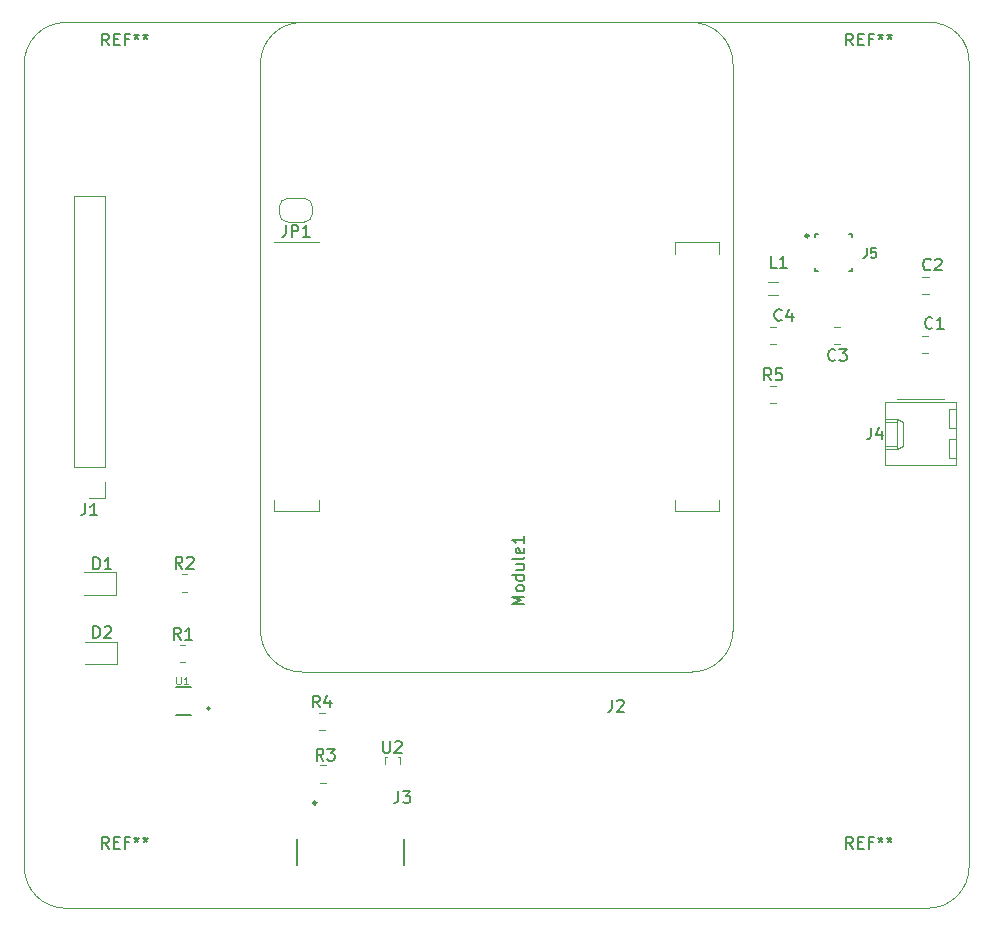
<source format=gto>
%TF.GenerationSoftware,KiCad,Pcbnew,(5.99.0-9568-gb9d26a55f2)*%
%TF.CreationDate,2021-03-08T15:42:01+01:00*%
%TF.ProjectId,cm4_cb_use_v01,636d345f-6362-45f7-9573-655f7630312e,v01*%
%TF.SameCoordinates,PXa0d7c80PY44cb540*%
%TF.FileFunction,Legend,Top*%
%TF.FilePolarity,Positive*%
%FSLAX46Y46*%
G04 Gerber Fmt 4.6, Leading zero omitted, Abs format (unit mm)*
G04 Created by KiCad (PCBNEW (5.99.0-9568-gb9d26a55f2)) date 2021-03-08 15:42:01*
%MOMM*%
%LPD*%
G01*
G04 APERTURE LIST*
%TA.AperFunction,Profile*%
%ADD10C,0.100000*%
%TD*%
%ADD11C,0.150000*%
%ADD12C,0.015000*%
%ADD13C,0.120000*%
%ADD14C,0.250000*%
%ADD15C,0.127000*%
%ADD16C,0.200000*%
%ADD17C,0.249999*%
G04 APERTURE END LIST*
D10*
X-88656000Y23636000D02*
X-15656000Y23636000D01*
X-12156000Y-47864000D02*
X-12156000Y20136000D01*
X-92156000Y20136000D02*
X-92156000Y-47864000D01*
X-12156000Y20136000D02*
G75*
G03*
X-15656000Y23636000I-3325707J174293D01*
G01*
X-92156002Y20136002D02*
G75*
G02*
X-88656000Y23636000I3500000J-2D01*
G01*
X-15655998Y-51363998D02*
G75*
G03*
X-12156000Y-47864000I0J3499998D01*
G01*
X-88656002Y-51364002D02*
G75*
G02*
X-92156000Y-47864000I2J3500000D01*
G01*
X-88656000Y-51364000D02*
X-15656000Y-51364000D01*
D11*
%TO.C,REF\u002A\u002A*%
X-21989334Y-46316380D02*
X-22322667Y-45840190D01*
X-22560762Y-46316380D02*
X-22560762Y-45316380D01*
X-22179810Y-45316380D01*
X-22084572Y-45364000D01*
X-22036953Y-45411619D01*
X-21989334Y-45506857D01*
X-21989334Y-45649714D01*
X-22036953Y-45744952D01*
X-22084572Y-45792571D01*
X-22179810Y-45840190D01*
X-22560762Y-45840190D01*
X-21560762Y-45792571D02*
X-21227429Y-45792571D01*
X-21084572Y-46316380D02*
X-21560762Y-46316380D01*
X-21560762Y-45316380D01*
X-21084572Y-45316380D01*
X-20322667Y-45792571D02*
X-20656000Y-45792571D01*
X-20656000Y-46316380D02*
X-20656000Y-45316380D01*
X-20179810Y-45316380D01*
X-19656000Y-45316380D02*
X-19656000Y-45554476D01*
X-19894096Y-45459238D02*
X-19656000Y-45554476D01*
X-19417905Y-45459238D01*
X-19798858Y-45744952D02*
X-19656000Y-45554476D01*
X-19513143Y-45744952D01*
X-18894096Y-45316380D02*
X-18894096Y-45554476D01*
X-19132191Y-45459238D02*
X-18894096Y-45554476D01*
X-18656000Y-45459238D01*
X-19036953Y-45744952D02*
X-18894096Y-45554476D01*
X-18751239Y-45744952D01*
%TO.C,C2*%
X-15422667Y2728858D02*
X-15470286Y2681239D01*
X-15613143Y2633620D01*
X-15708381Y2633620D01*
X-15851239Y2681239D01*
X-15946477Y2776477D01*
X-15994096Y2871715D01*
X-16041715Y3062191D01*
X-16041715Y3205048D01*
X-15994096Y3395524D01*
X-15946477Y3490762D01*
X-15851239Y3586000D01*
X-15708381Y3633620D01*
X-15613143Y3633620D01*
X-15470286Y3586000D01*
X-15422667Y3538381D01*
X-15041715Y3538381D02*
X-14994096Y3586000D01*
X-14898858Y3633620D01*
X-14660762Y3633620D01*
X-14565524Y3586000D01*
X-14517905Y3538381D01*
X-14470286Y3443143D01*
X-14470286Y3347905D01*
X-14517905Y3205048D01*
X-15089334Y2633620D01*
X-14470286Y2633620D01*
%TO.C,D1*%
X-86294096Y-22666380D02*
X-86294096Y-21666380D01*
X-86056000Y-21666380D01*
X-85913143Y-21714000D01*
X-85817905Y-21809238D01*
X-85770286Y-21904476D01*
X-85722667Y-22094952D01*
X-85722667Y-22237809D01*
X-85770286Y-22428285D01*
X-85817905Y-22523523D01*
X-85913143Y-22618761D01*
X-86056000Y-22666380D01*
X-86294096Y-22666380D01*
X-84770286Y-22666380D02*
X-85341715Y-22666380D01*
X-85056000Y-22666380D02*
X-85056000Y-21666380D01*
X-85151239Y-21809238D01*
X-85246477Y-21904476D01*
X-85341715Y-21952095D01*
%TO.C,U2*%
X-61771905Y-37218380D02*
X-61771905Y-38027904D01*
X-61724286Y-38123142D01*
X-61676667Y-38170761D01*
X-61581429Y-38218380D01*
X-61390953Y-38218380D01*
X-61295715Y-38170761D01*
X-61248096Y-38123142D01*
X-61200477Y-38027904D01*
X-61200477Y-37218380D01*
X-60771905Y-37313619D02*
X-60724286Y-37266000D01*
X-60629048Y-37218380D01*
X-60390953Y-37218380D01*
X-60295715Y-37266000D01*
X-60248096Y-37313619D01*
X-60200477Y-37408857D01*
X-60200477Y-37504095D01*
X-60248096Y-37646952D01*
X-60819524Y-38218380D01*
X-60200477Y-38218380D01*
%TO.C,J3*%
X-60484691Y-41450199D02*
X-60484691Y-42164485D01*
X-60532310Y-42307342D01*
X-60627548Y-42402580D01*
X-60770405Y-42450199D01*
X-60865643Y-42450199D01*
X-60103739Y-41450199D02*
X-59484691Y-41450199D01*
X-59818024Y-41831152D01*
X-59675167Y-41831152D01*
X-59579929Y-41878771D01*
X-59532310Y-41926390D01*
X-59484691Y-42021628D01*
X-59484691Y-42259723D01*
X-59532310Y-42354961D01*
X-59579929Y-42402580D01*
X-59675167Y-42450199D01*
X-59960881Y-42450199D01*
X-60056120Y-42402580D01*
X-60103739Y-42354961D01*
%TO.C,R1*%
X-78910167Y-28616380D02*
X-79243500Y-28140190D01*
X-79481596Y-28616380D02*
X-79481596Y-27616380D01*
X-79100643Y-27616380D01*
X-79005405Y-27664000D01*
X-78957786Y-27711619D01*
X-78910167Y-27806857D01*
X-78910167Y-27949714D01*
X-78957786Y-28044952D01*
X-79005405Y-28092571D01*
X-79100643Y-28140190D01*
X-79481596Y-28140190D01*
X-77957786Y-28616380D02*
X-78529215Y-28616380D01*
X-78243500Y-28616380D02*
X-78243500Y-27616380D01*
X-78338739Y-27759238D01*
X-78433977Y-27854476D01*
X-78529215Y-27902095D01*
D12*
%TO.C,U1*%
X-79268620Y-31763523D02*
X-79268620Y-32281619D01*
X-79238143Y-32342571D01*
X-79207667Y-32373047D01*
X-79146715Y-32403523D01*
X-79024810Y-32403523D01*
X-78963858Y-32373047D01*
X-78933381Y-32342571D01*
X-78902905Y-32281619D01*
X-78902905Y-31763523D01*
X-78262905Y-32403523D02*
X-78628620Y-32403523D01*
X-78445762Y-32403523D02*
X-78445762Y-31763523D01*
X-78506715Y-31854952D01*
X-78567667Y-31915904D01*
X-78628620Y-31946380D01*
D11*
%TO.C,JP1*%
X-69989334Y6483620D02*
X-69989334Y5769334D01*
X-70036953Y5626477D01*
X-70132191Y5531239D01*
X-70275048Y5483620D01*
X-70370286Y5483620D01*
X-69513143Y5483620D02*
X-69513143Y6483620D01*
X-69132191Y6483620D01*
X-69036953Y6436000D01*
X-68989334Y6388381D01*
X-68941715Y6293143D01*
X-68941715Y6150286D01*
X-68989334Y6055048D01*
X-69036953Y6007429D01*
X-69132191Y5959810D01*
X-69513143Y5959810D01*
X-67989334Y5483620D02*
X-68560762Y5483620D01*
X-68275048Y5483620D02*
X-68275048Y6483620D01*
X-68370286Y6340762D01*
X-68465524Y6245524D01*
X-68560762Y6197905D01*
%TO.C,L1*%
X-28447667Y2858620D02*
X-28923858Y2858620D01*
X-28923858Y3858620D01*
X-27590524Y2858620D02*
X-28161953Y2858620D01*
X-27876239Y2858620D02*
X-27876239Y3858620D01*
X-27971477Y3715762D01*
X-28066715Y3620524D01*
X-28161953Y3572905D01*
%TO.C,J4*%
X-20464334Y-10666380D02*
X-20464334Y-11380666D01*
X-20511953Y-11523523D01*
X-20607191Y-11618761D01*
X-20750048Y-11666380D01*
X-20845286Y-11666380D01*
X-19559572Y-10999714D02*
X-19559572Y-11666380D01*
X-19797667Y-10618761D02*
X-20035762Y-11333047D01*
X-19416715Y-11333047D01*
%TO.C,J1*%
X-86989334Y-17071380D02*
X-86989334Y-17785666D01*
X-87036953Y-17928523D01*
X-87132191Y-18023761D01*
X-87275048Y-18071380D01*
X-87370286Y-18071380D01*
X-85989334Y-18071380D02*
X-86560762Y-18071380D01*
X-86275048Y-18071380D02*
X-86275048Y-17071380D01*
X-86370286Y-17214238D01*
X-86465524Y-17309476D01*
X-86560762Y-17357095D01*
%TO.C,J5*%
X-20819452Y4502096D02*
X-20819452Y3930667D01*
X-20857548Y3816381D01*
X-20933738Y3740191D01*
X-21048024Y3702095D01*
X-21124215Y3702095D01*
X-20057547Y4502096D02*
X-20438499Y4502096D01*
X-20476595Y4121143D01*
X-20438499Y4159239D01*
X-20362309Y4197334D01*
X-20171832Y4197334D01*
X-20095642Y4159239D01*
X-20057547Y4121143D01*
X-20019451Y4044953D01*
X-20019451Y3854476D01*
X-20057547Y3778286D01*
X-20095642Y3740191D01*
X-20171832Y3702095D01*
X-20362309Y3702095D01*
X-20438499Y3740191D01*
X-20476595Y3778286D01*
%TO.C,R4*%
X-67119167Y-34362380D02*
X-67452500Y-33886190D01*
X-67690596Y-34362380D02*
X-67690596Y-33362380D01*
X-67309643Y-33362380D01*
X-67214405Y-33410000D01*
X-67166786Y-33457619D01*
X-67119167Y-33552857D01*
X-67119167Y-33695714D01*
X-67166786Y-33790952D01*
X-67214405Y-33838571D01*
X-67309643Y-33886190D01*
X-67690596Y-33886190D01*
X-66262024Y-33695714D02*
X-66262024Y-34362380D01*
X-66500120Y-33314761D02*
X-66738215Y-34029047D01*
X-66119167Y-34029047D01*
%TO.C,REF\u002A\u002A*%
X-84989334Y21683620D02*
X-85322667Y22159810D01*
X-85560762Y21683620D02*
X-85560762Y22683620D01*
X-85179810Y22683620D01*
X-85084572Y22636000D01*
X-85036953Y22588381D01*
X-84989334Y22493143D01*
X-84989334Y22350286D01*
X-85036953Y22255048D01*
X-85084572Y22207429D01*
X-85179810Y22159810D01*
X-85560762Y22159810D01*
X-84560762Y22207429D02*
X-84227429Y22207429D01*
X-84084572Y21683620D02*
X-84560762Y21683620D01*
X-84560762Y22683620D01*
X-84084572Y22683620D01*
X-83322667Y22207429D02*
X-83656000Y22207429D01*
X-83656000Y21683620D02*
X-83656000Y22683620D01*
X-83179810Y22683620D01*
X-82656000Y22683620D02*
X-82656000Y22445524D01*
X-82894096Y22540762D02*
X-82656000Y22445524D01*
X-82417905Y22540762D01*
X-82798858Y22255048D02*
X-82656000Y22445524D01*
X-82513143Y22255048D01*
X-81894096Y22683620D02*
X-81894096Y22445524D01*
X-82132191Y22540762D02*
X-81894096Y22445524D01*
X-81656000Y22540762D01*
X-82036953Y22255048D02*
X-81894096Y22445524D01*
X-81751239Y22255048D01*
%TO.C,R5*%
X-28922667Y-6666380D02*
X-29256000Y-6190190D01*
X-29494096Y-6666380D02*
X-29494096Y-5666380D01*
X-29113143Y-5666380D01*
X-29017905Y-5714000D01*
X-28970286Y-5761619D01*
X-28922667Y-5856857D01*
X-28922667Y-5999714D01*
X-28970286Y-6094952D01*
X-29017905Y-6142571D01*
X-29113143Y-6190190D01*
X-29494096Y-6190190D01*
X-28017905Y-5666380D02*
X-28494096Y-5666380D01*
X-28541715Y-6142571D01*
X-28494096Y-6094952D01*
X-28398858Y-6047333D01*
X-28160762Y-6047333D01*
X-28065524Y-6094952D01*
X-28017905Y-6142571D01*
X-27970286Y-6237809D01*
X-27970286Y-6475904D01*
X-28017905Y-6571142D01*
X-28065524Y-6618761D01*
X-28160762Y-6666380D01*
X-28398858Y-6666380D01*
X-28494096Y-6618761D01*
X-28541715Y-6571142D01*
%TO.C,Module1*%
X-49823620Y-25641142D02*
X-50823620Y-25641142D01*
X-50109334Y-25307809D01*
X-50823620Y-24974476D01*
X-49823620Y-24974476D01*
X-49823620Y-24355428D02*
X-49871239Y-24450666D01*
X-49918858Y-24498285D01*
X-50014096Y-24545904D01*
X-50299810Y-24545904D01*
X-50395048Y-24498285D01*
X-50442667Y-24450666D01*
X-50490286Y-24355428D01*
X-50490286Y-24212571D01*
X-50442667Y-24117333D01*
X-50395048Y-24069714D01*
X-50299810Y-24022095D01*
X-50014096Y-24022095D01*
X-49918858Y-24069714D01*
X-49871239Y-24117333D01*
X-49823620Y-24212571D01*
X-49823620Y-24355428D01*
X-49823620Y-23164952D02*
X-50823620Y-23164952D01*
X-49871239Y-23164952D02*
X-49823620Y-23260190D01*
X-49823620Y-23450666D01*
X-49871239Y-23545904D01*
X-49918858Y-23593523D01*
X-50014096Y-23641142D01*
X-50299810Y-23641142D01*
X-50395048Y-23593523D01*
X-50442667Y-23545904D01*
X-50490286Y-23450666D01*
X-50490286Y-23260190D01*
X-50442667Y-23164952D01*
X-50490286Y-22260190D02*
X-49823620Y-22260190D01*
X-50490286Y-22688761D02*
X-49966477Y-22688761D01*
X-49871239Y-22641142D01*
X-49823620Y-22545904D01*
X-49823620Y-22403047D01*
X-49871239Y-22307809D01*
X-49918858Y-22260190D01*
X-49823620Y-21641142D02*
X-49871239Y-21736380D01*
X-49966477Y-21784000D01*
X-50823620Y-21784000D01*
X-49871239Y-20879238D02*
X-49823620Y-20974476D01*
X-49823620Y-21164952D01*
X-49871239Y-21260190D01*
X-49966477Y-21307809D01*
X-50347429Y-21307809D01*
X-50442667Y-21260190D01*
X-50490286Y-21164952D01*
X-50490286Y-20974476D01*
X-50442667Y-20879238D01*
X-50347429Y-20831619D01*
X-50252191Y-20831619D01*
X-50156953Y-21307809D01*
X-49823620Y-19879238D02*
X-49823620Y-20450666D01*
X-49823620Y-20164952D02*
X-50823620Y-20164952D01*
X-50680762Y-20260190D01*
X-50585524Y-20355428D01*
X-50537905Y-20450666D01*
%TO.C,R3*%
X-66822667Y-38866380D02*
X-67156000Y-38390190D01*
X-67394096Y-38866380D02*
X-67394096Y-37866380D01*
X-67013143Y-37866380D01*
X-66917905Y-37914000D01*
X-66870286Y-37961619D01*
X-66822667Y-38056857D01*
X-66822667Y-38199714D01*
X-66870286Y-38294952D01*
X-66917905Y-38342571D01*
X-67013143Y-38390190D01*
X-67394096Y-38390190D01*
X-66489334Y-37866380D02*
X-65870286Y-37866380D01*
X-66203620Y-38247333D01*
X-66060762Y-38247333D01*
X-65965524Y-38294952D01*
X-65917905Y-38342571D01*
X-65870286Y-38437809D01*
X-65870286Y-38675904D01*
X-65917905Y-38771142D01*
X-65965524Y-38818761D01*
X-66060762Y-38866380D01*
X-66346477Y-38866380D01*
X-66441715Y-38818761D01*
X-66489334Y-38771142D01*
%TO.C,C4*%
X-28022667Y-1541142D02*
X-28070286Y-1588761D01*
X-28213143Y-1636380D01*
X-28308381Y-1636380D01*
X-28451239Y-1588761D01*
X-28546477Y-1493523D01*
X-28594096Y-1398285D01*
X-28641715Y-1207809D01*
X-28641715Y-1064952D01*
X-28594096Y-874476D01*
X-28546477Y-779238D01*
X-28451239Y-684000D01*
X-28308381Y-636380D01*
X-28213143Y-636380D01*
X-28070286Y-684000D01*
X-28022667Y-731619D01*
X-27165524Y-969714D02*
X-27165524Y-1636380D01*
X-27403620Y-588761D02*
X-27641715Y-1303047D01*
X-27022667Y-1303047D01*
%TO.C,C1*%
X-15272667Y-2221142D02*
X-15320286Y-2268761D01*
X-15463143Y-2316380D01*
X-15558381Y-2316380D01*
X-15701239Y-2268761D01*
X-15796477Y-2173523D01*
X-15844096Y-2078285D01*
X-15891715Y-1887809D01*
X-15891715Y-1744952D01*
X-15844096Y-1554476D01*
X-15796477Y-1459238D01*
X-15701239Y-1364000D01*
X-15558381Y-1316380D01*
X-15463143Y-1316380D01*
X-15320286Y-1364000D01*
X-15272667Y-1411619D01*
X-14320286Y-2316380D02*
X-14891715Y-2316380D01*
X-14606000Y-2316380D02*
X-14606000Y-1316380D01*
X-14701239Y-1459238D01*
X-14796477Y-1554476D01*
X-14891715Y-1602095D01*
%TO.C,C3*%
X-23472667Y-4921142D02*
X-23520286Y-4968761D01*
X-23663143Y-5016380D01*
X-23758381Y-5016380D01*
X-23901239Y-4968761D01*
X-23996477Y-4873523D01*
X-24044096Y-4778285D01*
X-24091715Y-4587809D01*
X-24091715Y-4444952D01*
X-24044096Y-4254476D01*
X-23996477Y-4159238D01*
X-23901239Y-4064000D01*
X-23758381Y-4016380D01*
X-23663143Y-4016380D01*
X-23520286Y-4064000D01*
X-23472667Y-4111619D01*
X-23139334Y-4016380D02*
X-22520286Y-4016380D01*
X-22853620Y-4397333D01*
X-22710762Y-4397333D01*
X-22615524Y-4444952D01*
X-22567905Y-4492571D01*
X-22520286Y-4587809D01*
X-22520286Y-4825904D01*
X-22567905Y-4921142D01*
X-22615524Y-4968761D01*
X-22710762Y-5016380D01*
X-22996477Y-5016380D01*
X-23091715Y-4968761D01*
X-23139334Y-4921142D01*
%TO.C,REF\u002A\u002A*%
X-21989334Y21683620D02*
X-22322667Y22159810D01*
X-22560762Y21683620D02*
X-22560762Y22683620D01*
X-22179810Y22683620D01*
X-22084572Y22636000D01*
X-22036953Y22588381D01*
X-21989334Y22493143D01*
X-21989334Y22350286D01*
X-22036953Y22255048D01*
X-22084572Y22207429D01*
X-22179810Y22159810D01*
X-22560762Y22159810D01*
X-21560762Y22207429D02*
X-21227429Y22207429D01*
X-21084572Y21683620D02*
X-21560762Y21683620D01*
X-21560762Y22683620D01*
X-21084572Y22683620D01*
X-20322667Y22207429D02*
X-20656000Y22207429D01*
X-20656000Y21683620D02*
X-20656000Y22683620D01*
X-20179810Y22683620D01*
X-19656000Y22683620D02*
X-19656000Y22445524D01*
X-19894096Y22540762D02*
X-19656000Y22445524D01*
X-19417905Y22540762D01*
X-19798858Y22255048D02*
X-19656000Y22445524D01*
X-19513143Y22255048D01*
X-18894096Y22683620D02*
X-18894096Y22445524D01*
X-19132191Y22540762D02*
X-18894096Y22445524D01*
X-18656000Y22540762D01*
X-19036953Y22255048D02*
X-18894096Y22445524D01*
X-18751239Y22255048D01*
%TO.C,D2*%
X-86294096Y-28466380D02*
X-86294096Y-27466380D01*
X-86056000Y-27466380D01*
X-85913143Y-27514000D01*
X-85817905Y-27609238D01*
X-85770286Y-27704476D01*
X-85722667Y-27894952D01*
X-85722667Y-28037809D01*
X-85770286Y-28228285D01*
X-85817905Y-28323523D01*
X-85913143Y-28418761D01*
X-86056000Y-28466380D01*
X-86294096Y-28466380D01*
X-85341715Y-27561619D02*
X-85294096Y-27514000D01*
X-85198858Y-27466380D01*
X-84960762Y-27466380D01*
X-84865524Y-27514000D01*
X-84817905Y-27561619D01*
X-84770286Y-27656857D01*
X-84770286Y-27752095D01*
X-84817905Y-27894952D01*
X-85389334Y-28466380D01*
X-84770286Y-28466380D01*
%TO.C,R2*%
X-78772667Y-22616380D02*
X-79106000Y-22140190D01*
X-79344096Y-22616380D02*
X-79344096Y-21616380D01*
X-78963143Y-21616380D01*
X-78867905Y-21664000D01*
X-78820286Y-21711619D01*
X-78772667Y-21806857D01*
X-78772667Y-21949714D01*
X-78820286Y-22044952D01*
X-78867905Y-22092571D01*
X-78963143Y-22140190D01*
X-79344096Y-22140190D01*
X-78391715Y-21711619D02*
X-78344096Y-21664000D01*
X-78248858Y-21616380D01*
X-78010762Y-21616380D01*
X-77915524Y-21664000D01*
X-77867905Y-21711619D01*
X-77820286Y-21806857D01*
X-77820286Y-21902095D01*
X-77867905Y-22044952D01*
X-78439334Y-22616380D01*
X-77820286Y-22616380D01*
%TO.C,J2*%
X-42389334Y-33711380D02*
X-42389334Y-34425666D01*
X-42436953Y-34568523D01*
X-42532191Y-34663761D01*
X-42675048Y-34711380D01*
X-42770286Y-34711380D01*
X-41960762Y-33806619D02*
X-41913143Y-33759000D01*
X-41817905Y-33711380D01*
X-41579810Y-33711380D01*
X-41484572Y-33759000D01*
X-41436953Y-33806619D01*
X-41389334Y-33901857D01*
X-41389334Y-33997095D01*
X-41436953Y-34139952D01*
X-42008381Y-34711380D01*
X-41389334Y-34711380D01*
%TO.C,REF\u002A\u002A*%
X-84989334Y-46316380D02*
X-85322667Y-45840190D01*
X-85560762Y-46316380D02*
X-85560762Y-45316380D01*
X-85179810Y-45316380D01*
X-85084572Y-45364000D01*
X-85036953Y-45411619D01*
X-84989334Y-45506857D01*
X-84989334Y-45649714D01*
X-85036953Y-45744952D01*
X-85084572Y-45792571D01*
X-85179810Y-45840190D01*
X-85560762Y-45840190D01*
X-84560762Y-45792571D02*
X-84227429Y-45792571D01*
X-84084572Y-46316380D02*
X-84560762Y-46316380D01*
X-84560762Y-45316380D01*
X-84084572Y-45316380D01*
X-83322667Y-45792571D02*
X-83656000Y-45792571D01*
X-83656000Y-46316380D02*
X-83656000Y-45316380D01*
X-83179810Y-45316380D01*
X-82656000Y-45316380D02*
X-82656000Y-45554476D01*
X-82894096Y-45459238D02*
X-82656000Y-45554476D01*
X-82417905Y-45459238D01*
X-82798858Y-45744952D02*
X-82656000Y-45554476D01*
X-82513143Y-45744952D01*
X-81894096Y-45316380D02*
X-81894096Y-45554476D01*
X-82132191Y-45459238D02*
X-81894096Y-45554476D01*
X-81656000Y-45459238D01*
X-82036953Y-45744952D02*
X-81894096Y-45554476D01*
X-81751239Y-45744952D01*
D13*
%TO.C,C2*%
X-16117252Y2121000D02*
X-15594748Y2121000D01*
X-16117252Y651000D02*
X-15594748Y651000D01*
%TO.C,D1*%
X-84421000Y-24824000D02*
X-84421000Y-22904000D01*
X-87106000Y-24824000D02*
X-84421000Y-24824000D01*
X-84421000Y-22904000D02*
X-87106000Y-22904000D01*
%TO.C,U2*%
X-61610000Y-39116000D02*
X-61610000Y-38566000D01*
X-60310000Y-39116000D02*
X-60310000Y-38566000D01*
X-61610000Y-38566000D02*
X-61410000Y-38566000D01*
X-60310000Y-38566000D02*
X-60510000Y-38566000D01*
D11*
%TO.C,J3*%
X-59965056Y-45464000D02*
X-59965056Y-47664000D01*
X-69105056Y-45464000D02*
X-69105056Y-47664000D01*
D14*
X-67430056Y-42454000D02*
G75*
G03*
X-67430056Y-42454000I-125000J0D01*
G01*
D13*
%TO.C,R1*%
X-78970564Y-30549000D02*
X-78516436Y-30549000D01*
X-78970564Y-29079000D02*
X-78516436Y-29079000D01*
D15*
%TO.C,U1*%
X-78031000Y-34984000D02*
X-79281000Y-34984000D01*
X-79281000Y-32644000D02*
X-78031000Y-32644000D01*
D16*
X-76456000Y-34464000D02*
G75*
G03*
X-76456000Y-34464000I-100000J0D01*
G01*
D13*
%TO.C,JP1*%
X-68456000Y6736000D02*
X-69856000Y6736000D01*
X-67756000Y8036000D02*
X-67756000Y7436000D01*
X-69856000Y8736000D02*
X-68456000Y8736000D01*
X-70556000Y7436000D02*
X-70556000Y8036000D01*
X-67756000Y7436000D02*
G75*
G02*
X-68456000Y6736000I-700000J0D01*
G01*
X-69856000Y6736000D02*
G75*
G02*
X-70556000Y7436000I0J700000D01*
G01*
X-68456000Y8736000D02*
G75*
G02*
X-67756000Y8036000I0J-700000D01*
G01*
X-70556000Y8036000D02*
G75*
G02*
X-69856000Y8736000I700000J0D01*
G01*
%TO.C,L1*%
X-28356378Y1696000D02*
X-29155622Y1696000D01*
X-28356378Y576000D02*
X-29155622Y576000D01*
%TO.C,J4*%
X-19266000Y-9906000D02*
X-18266000Y-9906000D01*
X-18266000Y-12446000D02*
X-19266000Y-12446000D01*
X-17736000Y-12196000D02*
X-18266000Y-12446000D01*
X-19266000Y-8526000D02*
X-19266000Y-13826000D01*
X-13246000Y-11646000D02*
X-13846000Y-11646000D01*
X-19266000Y-10156000D02*
X-18266000Y-10156000D01*
X-19266000Y-13826000D02*
X-13246000Y-13826000D01*
X-13846000Y-11646000D02*
X-13846000Y-13246000D01*
X-18266000Y-9906000D02*
X-18266000Y-12446000D01*
X-13246000Y-13826000D02*
X-13246000Y-8526000D01*
X-13846000Y-10706000D02*
X-13246000Y-10706000D01*
X-13846000Y-13246000D02*
X-13246000Y-13246000D01*
X-13846000Y-9106000D02*
X-13846000Y-10706000D01*
X-19266000Y-12196000D02*
X-18266000Y-12196000D01*
X-18266000Y-9906000D02*
X-17736000Y-10156000D01*
X-13246000Y-8526000D02*
X-19266000Y-8526000D01*
X-13246000Y-9106000D02*
X-13846000Y-9106000D01*
X-17736000Y-10156000D02*
X-17736000Y-12196000D01*
X-14276000Y-8236000D02*
X-18276000Y-8236000D01*
%TO.C,J1*%
X-87986000Y-14019000D02*
X-87986000Y8901000D01*
X-85326000Y8901000D02*
X-87986000Y8901000D01*
X-85326000Y-14019000D02*
X-85326000Y8901000D01*
X-85326000Y-14019000D02*
X-87986000Y-14019000D01*
X-85326000Y-15289000D02*
X-85326000Y-16619000D01*
X-85326000Y-16619000D02*
X-86656000Y-16619000D01*
D11*
%TO.C,J5*%
X-22366000Y2561002D02*
X-22081002Y2561002D01*
X-25231001Y2561002D02*
X-25231001Y2846000D01*
X-25231001Y2561002D02*
X-24946000Y2561002D01*
X-25231001Y5711001D02*
X-24946000Y5711001D01*
X-22081002Y5426000D02*
X-22081002Y5711001D01*
X-22366000Y5711001D02*
X-22081002Y5711001D01*
X-25231001Y5426000D02*
X-25231001Y5711001D01*
X-22081002Y2561002D02*
X-22081002Y2846000D01*
D17*
X-25756001Y5561001D02*
G75*
G03*
X-25756001Y5561001I-125001J0D01*
G01*
D13*
%TO.C,R4*%
X-67179564Y-34825000D02*
X-66725436Y-34825000D01*
X-67179564Y-36295000D02*
X-66725436Y-36295000D01*
%TO.C,R5*%
X-28983064Y-8599000D02*
X-28528936Y-8599000D01*
X-28983064Y-7129000D02*
X-28528936Y-7129000D01*
%TO.C,Module1*%
X-33306000Y5036000D02*
X-33306000Y4036000D01*
X-37086000Y5036000D02*
X-33306000Y5036000D01*
X-37086000Y5036000D02*
X-37086000Y4036000D01*
X-72156000Y20136000D02*
X-72156000Y-27864000D01*
X-37086000Y-17764000D02*
X-37086000Y-16764000D01*
X-32156000Y-27864000D02*
X-32156000Y20136000D01*
X-35656000Y23636000D02*
X-68656000Y23636000D01*
X-68656000Y-31364000D02*
X-35656000Y-31364000D01*
X-37086000Y-17764000D02*
X-33306000Y-17764000D01*
X-71006000Y5036000D02*
X-67226000Y5036000D01*
X-71006000Y-17764000D02*
X-67226000Y-17764000D01*
X-33306000Y-17764000D02*
X-33306000Y-16764000D01*
X-67226000Y-17764000D02*
X-67226000Y-16764000D01*
X-71006000Y-17764000D02*
X-71006000Y-16764000D01*
X-68656000Y-31364000D02*
G75*
G02*
X-72156000Y-27864000I0J3500000D01*
G01*
X-35656000Y23636000D02*
G75*
G02*
X-32156000Y20136000I0J-3500000D01*
G01*
X-32156000Y-27864000D02*
G75*
G02*
X-35656000Y-31364000I-3500000J0D01*
G01*
X-72156000Y20136000D02*
G75*
G02*
X-68656000Y23636000I3500000J0D01*
G01*
%TO.C,R3*%
X-66637936Y-39259000D02*
X-67092064Y-39259000D01*
X-66637936Y-40729000D02*
X-67092064Y-40729000D01*
%TO.C,C4*%
X-29017252Y-2129000D02*
X-28494748Y-2129000D01*
X-29017252Y-3599000D02*
X-28494748Y-3599000D01*
%TO.C,C1*%
X-16167252Y-4349000D02*
X-15644748Y-4349000D01*
X-16167252Y-2879000D02*
X-15644748Y-2879000D01*
%TO.C,C3*%
X-23106748Y-2129000D02*
X-23629252Y-2129000D01*
X-23106748Y-3599000D02*
X-23629252Y-3599000D01*
%TO.C,D2*%
X-84333500Y-28804000D02*
X-87018500Y-28804000D01*
X-84333500Y-30724000D02*
X-84333500Y-28804000D01*
X-87018500Y-30724000D02*
X-84333500Y-30724000D01*
%TO.C,R2*%
X-78833064Y-23079000D02*
X-78378936Y-23079000D01*
X-78833064Y-24549000D02*
X-78378936Y-24549000D01*
%TD*%
M02*

</source>
